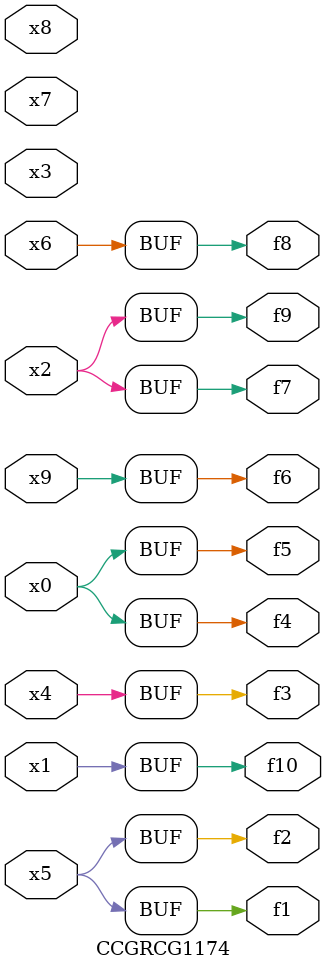
<source format=v>
module CCGRCG1174(
	input x0, x1, x2, x3, x4, x5, x6, x7, x8, x9,
	output f1, f2, f3, f4, f5, f6, f7, f8, f9, f10
);
	assign f1 = x5;
	assign f2 = x5;
	assign f3 = x4;
	assign f4 = x0;
	assign f5 = x0;
	assign f6 = x9;
	assign f7 = x2;
	assign f8 = x6;
	assign f9 = x2;
	assign f10 = x1;
endmodule

</source>
